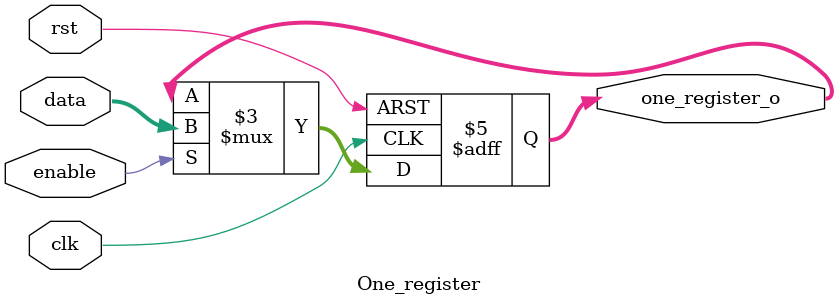
<source format=v>
module One_register
(
	input clk,
	input rst,
	input enable,
	input [31:0] data,
	
	output reg [31:0] one_register_o
);
	
always @ (negedge rst or posedge clk)
begin
	// Reset whenever the reset signal goes low, regardless of the clock
	// or the clock enable
	if (!rst)
	begin
		one_register_o <= 32'h00400000;
	end
	// If not resetting, and the clock signal is enabled on this register,
	// update the register output on the clock's rising edge
	else
	begin
		if (enable)
		begin
			one_register_o <= data;
		end
	end
end
endmodule 
</source>
